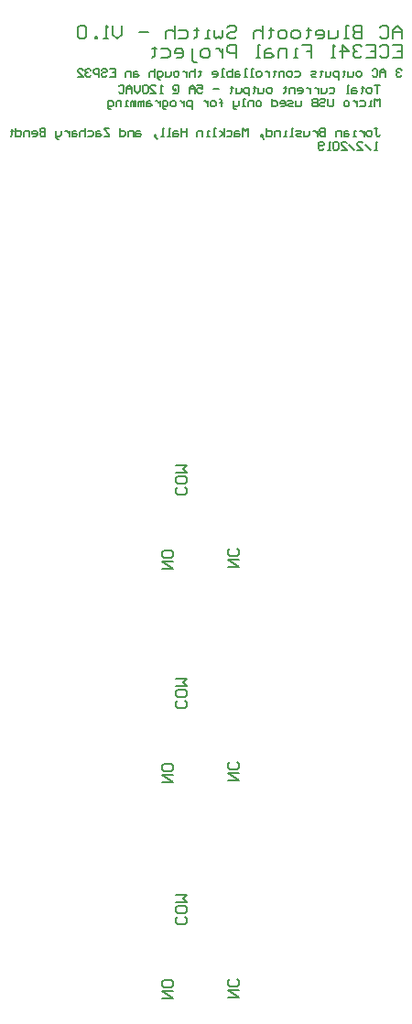
<source format=gbo>
G04 Layer_Color=13813960*
%FSLAX24Y24*%
%MOIN*%
G70*
G01*
G75*
%ADD59C,0.0059*%
%ADD62C,0.0079*%
%ADD63C,0.0080*%
D59*
X36811Y43307D02*
X36714D01*
X36762D01*
Y43598D01*
X36811Y43550D01*
X36568Y43307D02*
X36374Y43501D01*
X36083Y43307D02*
X36277D01*
X36083Y43501D01*
Y43550D01*
X36131Y43598D01*
X36229D01*
X36277Y43550D01*
X35986Y43307D02*
X35792Y43501D01*
X35500Y43307D02*
X35695D01*
X35500Y43501D01*
Y43550D01*
X35549Y43598D01*
X35646D01*
X35695Y43550D01*
X35403D02*
X35355Y43598D01*
X35258D01*
X35209Y43550D01*
Y43356D01*
X35258Y43307D01*
X35355D01*
X35403Y43356D01*
Y43550D01*
X35112Y43307D02*
X35015D01*
X35064D01*
Y43598D01*
X35112Y43550D01*
X34869Y43356D02*
X34821Y43307D01*
X34724D01*
X34675Y43356D01*
Y43550D01*
X34724Y43598D01*
X34821D01*
X34869Y43550D01*
Y43501D01*
X34821Y43453D01*
X34675D01*
X36715Y44090D02*
X36812D01*
X36764D01*
Y43848D01*
X36812Y43799D01*
X36861D01*
X36909Y43848D01*
X36570Y43799D02*
X36473D01*
X36424Y43848D01*
Y43945D01*
X36473Y43993D01*
X36570D01*
X36618Y43945D01*
Y43848D01*
X36570Y43799D01*
X36327Y43993D02*
Y43799D01*
Y43896D01*
X36278Y43945D01*
X36230Y43993D01*
X36181D01*
X36036Y43799D02*
X35939D01*
X35987D01*
Y43993D01*
X36036D01*
X35744D02*
X35647D01*
X35599Y43945D01*
Y43799D01*
X35744D01*
X35793Y43848D01*
X35744Y43896D01*
X35599D01*
X35502Y43799D02*
Y43993D01*
X35356D01*
X35308Y43945D01*
Y43799D01*
X34919Y44090D02*
Y43799D01*
X34774D01*
X34725Y43848D01*
Y43896D01*
X34774Y43945D01*
X34919D01*
X34774D01*
X34725Y43993D01*
Y44042D01*
X34774Y44090D01*
X34919D01*
X34628Y43993D02*
Y43799D01*
Y43896D01*
X34579Y43945D01*
X34531Y43993D01*
X34482D01*
X34337D02*
Y43848D01*
X34288Y43799D01*
X34143D01*
Y43993D01*
X34046Y43799D02*
X33900D01*
X33851Y43848D01*
X33900Y43896D01*
X33997D01*
X34046Y43945D01*
X33997Y43993D01*
X33851D01*
X33754Y43799D02*
X33657D01*
X33706D01*
Y44090D01*
X33754D01*
X33512Y43799D02*
X33415D01*
X33463D01*
Y43993D01*
X33512D01*
X33269Y43799D02*
Y43993D01*
X33123D01*
X33075Y43945D01*
Y43799D01*
X32783Y44090D02*
Y43799D01*
X32929D01*
X32978Y43848D01*
Y43945D01*
X32929Y43993D01*
X32783D01*
X32638Y43751D02*
X32589Y43799D01*
Y43848D01*
X32638D01*
Y43799D01*
X32589D01*
X32638Y43751D01*
X32686Y43702D01*
X32104Y43799D02*
Y44090D01*
X32007Y43993D01*
X31910Y44090D01*
Y43799D01*
X31764Y43993D02*
X31667D01*
X31618Y43945D01*
Y43799D01*
X31764D01*
X31813Y43848D01*
X31764Y43896D01*
X31618D01*
X31327Y43993D02*
X31473D01*
X31521Y43945D01*
Y43848D01*
X31473Y43799D01*
X31327D01*
X31230D02*
Y44090D01*
Y43896D02*
X31085Y43993D01*
X31230Y43896D02*
X31085Y43799D01*
X30939D02*
X30842D01*
X30890D01*
Y44090D01*
X30939D01*
X30696Y43799D02*
X30599D01*
X30648D01*
Y43993D01*
X30696D01*
X30454Y43799D02*
Y43993D01*
X30308D01*
X30259Y43945D01*
Y43799D01*
X29871Y44090D02*
Y43799D01*
Y43945D01*
X29677D01*
Y44090D01*
Y43799D01*
X29531Y43993D02*
X29434D01*
X29386Y43945D01*
Y43799D01*
X29531D01*
X29580Y43848D01*
X29531Y43896D01*
X29386D01*
X29289Y43799D02*
X29191D01*
X29240D01*
Y44090D01*
X29289D01*
X29046Y43799D02*
X28949D01*
X28997D01*
Y44090D01*
X29046D01*
X28755Y43751D02*
X28706Y43799D01*
Y43848D01*
X28755D01*
Y43799D01*
X28706D01*
X28755Y43751D01*
X28803Y43702D01*
X28172Y43993D02*
X28075D01*
X28026Y43945D01*
Y43799D01*
X28172D01*
X28221Y43848D01*
X28172Y43896D01*
X28026D01*
X27929Y43799D02*
Y43993D01*
X27784D01*
X27735Y43945D01*
Y43799D01*
X27444Y44090D02*
Y43799D01*
X27590D01*
X27638Y43848D01*
Y43945D01*
X27590Y43993D01*
X27444D01*
X27056Y44090D02*
X26862D01*
Y44042D01*
X27056Y43848D01*
Y43799D01*
X26862D01*
X26716Y43993D02*
X26619D01*
X26570Y43945D01*
Y43799D01*
X26716D01*
X26764Y43848D01*
X26716Y43896D01*
X26570D01*
X26279Y43993D02*
X26425D01*
X26473Y43945D01*
Y43848D01*
X26425Y43799D01*
X26279D01*
X26182Y44090D02*
Y43799D01*
Y43945D01*
X26133Y43993D01*
X26036D01*
X25988Y43945D01*
Y43799D01*
X25842Y43993D02*
X25745D01*
X25697Y43945D01*
Y43799D01*
X25842D01*
X25891Y43848D01*
X25842Y43896D01*
X25697D01*
X25599Y43993D02*
Y43799D01*
Y43896D01*
X25551Y43945D01*
X25502Y43993D01*
X25454D01*
X25308D02*
Y43848D01*
X25260Y43799D01*
X25114D01*
Y43751D01*
X25163Y43702D01*
X25211D01*
X25114Y43799D02*
Y43993D01*
X24726Y44090D02*
Y43799D01*
X24580D01*
X24532Y43848D01*
Y43896D01*
X24580Y43945D01*
X24726D01*
X24580D01*
X24532Y43993D01*
Y44042D01*
X24580Y44090D01*
X24726D01*
X24289Y43799D02*
X24386D01*
X24434Y43848D01*
Y43945D01*
X24386Y43993D01*
X24289D01*
X24240Y43945D01*
Y43896D01*
X24434D01*
X24143Y43799D02*
Y43993D01*
X23998D01*
X23949Y43945D01*
Y43799D01*
X23658Y44090D02*
Y43799D01*
X23803D01*
X23852Y43848D01*
Y43945D01*
X23803Y43993D01*
X23658D01*
X23512Y44042D02*
Y43993D01*
X23561D01*
X23464D01*
X23512D01*
Y43848D01*
X23464Y43799D01*
X36909Y44882D02*
Y45173D01*
X36812Y45076D01*
X36715Y45173D01*
Y44882D01*
X36618D02*
X36521D01*
X36570D01*
Y45076D01*
X36618D01*
X36181D02*
X36327D01*
X36376Y45028D01*
Y44930D01*
X36327Y44882D01*
X36181D01*
X36084Y45076D02*
Y44882D01*
Y44979D01*
X36036Y45028D01*
X35987Y45076D01*
X35939D01*
X35744Y44882D02*
X35647D01*
X35599Y44930D01*
Y45028D01*
X35647Y45076D01*
X35744D01*
X35793Y45028D01*
Y44930D01*
X35744Y44882D01*
X35211Y45173D02*
Y44930D01*
X35162Y44882D01*
X35065D01*
X35016Y44930D01*
Y45173D01*
X34725Y45125D02*
X34774Y45173D01*
X34871D01*
X34919Y45125D01*
Y45076D01*
X34871Y45028D01*
X34774D01*
X34725Y44979D01*
Y44930D01*
X34774Y44882D01*
X34871D01*
X34919Y44930D01*
X34628Y45173D02*
Y44882D01*
X34482D01*
X34434Y44930D01*
Y44979D01*
X34482Y45028D01*
X34628D01*
X34482D01*
X34434Y45076D01*
Y45125D01*
X34482Y45173D01*
X34628D01*
X34046Y45076D02*
Y44930D01*
X33997Y44882D01*
X33851D01*
Y45076D01*
X33754Y44882D02*
X33609D01*
X33560Y44930D01*
X33609Y44979D01*
X33706D01*
X33754Y45028D01*
X33706Y45076D01*
X33560D01*
X33317Y44882D02*
X33415D01*
X33463Y44930D01*
Y45028D01*
X33415Y45076D01*
X33317D01*
X33269Y45028D01*
Y44979D01*
X33463D01*
X32978Y45173D02*
Y44882D01*
X33123D01*
X33172Y44930D01*
Y45028D01*
X33123Y45076D01*
X32978D01*
X32541Y44882D02*
X32444D01*
X32395Y44930D01*
Y45028D01*
X32444Y45076D01*
X32541D01*
X32589Y45028D01*
Y44930D01*
X32541Y44882D01*
X32298D02*
Y45076D01*
X32152D01*
X32104Y45028D01*
Y44882D01*
X32007D02*
X31910D01*
X31958D01*
Y45173D01*
X32007D01*
X31764Y45076D02*
Y44930D01*
X31716Y44882D01*
X31570D01*
Y44833D01*
X31618Y44785D01*
X31667D01*
X31570Y44882D02*
Y45076D01*
X31133Y44882D02*
Y45125D01*
Y45028D01*
X31182D01*
X31085D01*
X31133D01*
Y45125D01*
X31085Y45173D01*
X30890Y44882D02*
X30793D01*
X30745Y44930D01*
Y45028D01*
X30793Y45076D01*
X30890D01*
X30939Y45028D01*
Y44930D01*
X30890Y44882D01*
X30648Y45076D02*
Y44882D01*
Y44979D01*
X30599Y45028D01*
X30551Y45076D01*
X30502D01*
X30065Y44785D02*
Y45076D01*
X29920D01*
X29871Y45028D01*
Y44930D01*
X29920Y44882D01*
X30065D01*
X29774Y45076D02*
Y44882D01*
Y44979D01*
X29725Y45028D01*
X29677Y45076D01*
X29628D01*
X29434Y44882D02*
X29337D01*
X29289Y44930D01*
Y45028D01*
X29337Y45076D01*
X29434D01*
X29483Y45028D01*
Y44930D01*
X29434Y44882D01*
X29094Y44785D02*
X29046D01*
X28997Y44833D01*
Y45076D01*
X29143D01*
X29191Y45028D01*
Y44930D01*
X29143Y44882D01*
X28997D01*
X28900Y45076D02*
Y44882D01*
Y44979D01*
X28852Y45028D01*
X28803Y45076D01*
X28755D01*
X28560D02*
X28463D01*
X28415Y45028D01*
Y44882D01*
X28560D01*
X28609Y44930D01*
X28560Y44979D01*
X28415D01*
X28318Y44882D02*
Y45076D01*
X28269D01*
X28221Y45028D01*
Y44882D01*
Y45028D01*
X28172Y45076D01*
X28124Y45028D01*
Y44882D01*
X28026D02*
Y45076D01*
X27978D01*
X27929Y45028D01*
Y44882D01*
Y45028D01*
X27881Y45076D01*
X27832Y45028D01*
Y44882D01*
X27735D02*
X27638D01*
X27687D01*
Y45076D01*
X27735D01*
X27493Y44882D02*
Y45076D01*
X27347D01*
X27298Y45028D01*
Y44882D01*
X27104Y44785D02*
X27056D01*
X27007Y44833D01*
Y45076D01*
X27153D01*
X27201Y45028D01*
Y44930D01*
X27153Y44882D01*
X27007D01*
X36909Y45665D02*
X36715D01*
X36812D01*
Y45374D01*
X36570D02*
X36473D01*
X36424Y45423D01*
Y45520D01*
X36473Y45568D01*
X36570D01*
X36618Y45520D01*
Y45423D01*
X36570Y45374D01*
X36278Y45617D02*
Y45568D01*
X36327D01*
X36230D01*
X36278D01*
Y45423D01*
X36230Y45374D01*
X36036Y45568D02*
X35939D01*
X35890Y45520D01*
Y45374D01*
X36036D01*
X36084Y45423D01*
X36036Y45471D01*
X35890D01*
X35793Y45374D02*
X35696D01*
X35744D01*
Y45665D01*
X35793D01*
X35065Y45568D02*
X35211D01*
X35259Y45520D01*
Y45423D01*
X35211Y45374D01*
X35065D01*
X34968Y45568D02*
Y45423D01*
X34919Y45374D01*
X34774D01*
Y45568D01*
X34677D02*
Y45374D01*
Y45471D01*
X34628Y45520D01*
X34579Y45568D01*
X34531D01*
X34385D02*
Y45374D01*
Y45471D01*
X34337Y45520D01*
X34288Y45568D01*
X34240D01*
X33948Y45374D02*
X34046D01*
X34094Y45423D01*
Y45520D01*
X34046Y45568D01*
X33948D01*
X33900Y45520D01*
Y45471D01*
X34094D01*
X33803Y45374D02*
Y45568D01*
X33657D01*
X33609Y45520D01*
Y45374D01*
X33463Y45617D02*
Y45568D01*
X33512D01*
X33415D01*
X33463D01*
Y45423D01*
X33415Y45374D01*
X32929D02*
X32832D01*
X32783Y45423D01*
Y45520D01*
X32832Y45568D01*
X32929D01*
X32978Y45520D01*
Y45423D01*
X32929Y45374D01*
X32686Y45568D02*
Y45423D01*
X32638Y45374D01*
X32492D01*
Y45568D01*
X32347Y45617D02*
Y45568D01*
X32395D01*
X32298D01*
X32347D01*
Y45423D01*
X32298Y45374D01*
X32152Y45277D02*
Y45568D01*
X32007D01*
X31958Y45520D01*
Y45423D01*
X32007Y45374D01*
X32152D01*
X31861Y45568D02*
Y45423D01*
X31813Y45374D01*
X31667D01*
Y45568D01*
X31521Y45617D02*
Y45568D01*
X31570D01*
X31473D01*
X31521D01*
Y45423D01*
X31473Y45374D01*
X31036Y45520D02*
X30842D01*
X30259Y45665D02*
X30454D01*
Y45520D01*
X30356Y45568D01*
X30308D01*
X30259Y45520D01*
Y45423D01*
X30308Y45374D01*
X30405D01*
X30454Y45423D01*
X30162Y45374D02*
Y45568D01*
X30065Y45665D01*
X29968Y45568D01*
Y45374D01*
Y45520D01*
X30162D01*
X29434Y45471D02*
Y45520D01*
X29483D01*
Y45471D01*
X29434D01*
X29386Y45520D01*
Y45617D01*
X29434Y45665D01*
X29531D01*
X29580Y45617D01*
Y45423D01*
X29531Y45374D01*
X29386D01*
X28997D02*
X28900D01*
X28949D01*
Y45665D01*
X28997Y45617D01*
X28560Y45374D02*
X28755D01*
X28560Y45568D01*
Y45617D01*
X28609Y45665D01*
X28706D01*
X28755Y45617D01*
X28463D02*
X28415Y45665D01*
X28318D01*
X28269Y45617D01*
Y45423D01*
X28318Y45374D01*
X28415D01*
X28463Y45423D01*
Y45617D01*
X28172Y45665D02*
Y45471D01*
X28075Y45374D01*
X27978Y45471D01*
Y45665D01*
X27881Y45374D02*
Y45568D01*
X27784Y45665D01*
X27687Y45568D01*
Y45374D01*
Y45520D01*
X27881D01*
X27395Y45617D02*
X27444Y45665D01*
X27541D01*
X27590Y45617D01*
Y45423D01*
X27541Y45374D01*
X27444D01*
X27395Y45423D01*
X37697Y46207D02*
X37648Y46256D01*
X37551D01*
X37503Y46207D01*
Y46159D01*
X37551Y46110D01*
X37600D01*
X37551D01*
X37503Y46062D01*
Y46013D01*
X37551Y45965D01*
X37648D01*
X37697Y46013D01*
X37114Y45965D02*
Y46159D01*
X37017Y46256D01*
X36920Y46159D01*
Y45965D01*
Y46110D01*
X37114D01*
X36629Y46207D02*
X36677Y46256D01*
X36775D01*
X36823Y46207D01*
Y46013D01*
X36775Y45965D01*
X36677D01*
X36629Y46013D01*
X36192Y45965D02*
X36095D01*
X36046Y46013D01*
Y46110D01*
X36095Y46159D01*
X36192D01*
X36241Y46110D01*
Y46013D01*
X36192Y45965D01*
X35949Y46159D02*
Y46013D01*
X35901Y45965D01*
X35755D01*
Y46159D01*
X35610Y46207D02*
Y46159D01*
X35658D01*
X35561D01*
X35610D01*
Y46013D01*
X35561Y45965D01*
X35415Y45867D02*
Y46159D01*
X35270D01*
X35221Y46110D01*
Y46013D01*
X35270Y45965D01*
X35415D01*
X35124Y46159D02*
Y46013D01*
X35076Y45965D01*
X34930D01*
Y46159D01*
X34784Y46207D02*
Y46159D01*
X34833D01*
X34736D01*
X34784D01*
Y46013D01*
X34736Y45965D01*
X34590D02*
X34445D01*
X34396Y46013D01*
X34445Y46062D01*
X34542D01*
X34590Y46110D01*
X34542Y46159D01*
X34396D01*
X33814D02*
X33959D01*
X34008Y46110D01*
Y46013D01*
X33959Y45965D01*
X33814D01*
X33668D02*
X33571D01*
X33522Y46013D01*
Y46110D01*
X33571Y46159D01*
X33668D01*
X33716Y46110D01*
Y46013D01*
X33668Y45965D01*
X33425D02*
Y46159D01*
X33280D01*
X33231Y46110D01*
Y45965D01*
X33085Y46207D02*
Y46159D01*
X33134D01*
X33037D01*
X33085D01*
Y46013D01*
X33037Y45965D01*
X32891Y46159D02*
Y45965D01*
Y46062D01*
X32843Y46110D01*
X32794Y46159D01*
X32746D01*
X32552Y45965D02*
X32454D01*
X32406Y46013D01*
Y46110D01*
X32454Y46159D01*
X32552D01*
X32600Y46110D01*
Y46013D01*
X32552Y45965D01*
X32309D02*
X32212D01*
X32260D01*
Y46256D01*
X32309D01*
X32066Y45965D02*
X31969D01*
X32018D01*
Y46256D01*
X32066D01*
X31775Y46159D02*
X31678D01*
X31629Y46110D01*
Y45965D01*
X31775D01*
X31823Y46013D01*
X31775Y46062D01*
X31629D01*
X31532Y46256D02*
Y45965D01*
X31387D01*
X31338Y46013D01*
Y46062D01*
Y46110D01*
X31387Y46159D01*
X31532D01*
X31241Y45965D02*
X31144D01*
X31192D01*
Y46256D01*
X31241D01*
X30853Y45965D02*
X30950D01*
X30998Y46013D01*
Y46110D01*
X30950Y46159D01*
X30853D01*
X30804Y46110D01*
Y46062D01*
X30998D01*
X30367Y46207D02*
Y46159D01*
X30416D01*
X30319D01*
X30367D01*
Y46013D01*
X30319Y45965D01*
X30173Y46256D02*
Y45965D01*
Y46110D01*
X30124Y46159D01*
X30027D01*
X29979Y46110D01*
Y45965D01*
X29882Y46159D02*
Y45965D01*
Y46062D01*
X29833Y46110D01*
X29785Y46159D01*
X29736D01*
X29542Y45965D02*
X29445D01*
X29396Y46013D01*
Y46110D01*
X29445Y46159D01*
X29542D01*
X29591Y46110D01*
Y46013D01*
X29542Y45965D01*
X29299Y46159D02*
Y46013D01*
X29251Y45965D01*
X29105D01*
Y46159D01*
X28911Y45867D02*
X28862D01*
X28814Y45916D01*
Y46159D01*
X28960D01*
X29008Y46110D01*
Y46013D01*
X28960Y45965D01*
X28814D01*
X28717Y46256D02*
Y45965D01*
Y46110D01*
X28668Y46159D01*
X28571D01*
X28523Y46110D01*
Y45965D01*
X28086Y46159D02*
X27989D01*
X27940Y46110D01*
Y45965D01*
X28086D01*
X28134Y46013D01*
X28086Y46062D01*
X27940D01*
X27843Y45965D02*
Y46159D01*
X27697D01*
X27649Y46110D01*
Y45965D01*
X27066Y46256D02*
X27261D01*
Y45965D01*
X27066D01*
X27261Y46110D02*
X27163D01*
X26775Y46207D02*
X26824Y46256D01*
X26921D01*
X26969Y46207D01*
Y46159D01*
X26921Y46110D01*
X26824D01*
X26775Y46062D01*
Y46013D01*
X26824Y45965D01*
X26921D01*
X26969Y46013D01*
X26678Y45965D02*
Y46256D01*
X26532D01*
X26484Y46207D01*
Y46110D01*
X26532Y46062D01*
X26678D01*
X26387Y46207D02*
X26338Y46256D01*
X26241D01*
X26193Y46207D01*
Y46159D01*
X26241Y46110D01*
X26290D01*
X26241D01*
X26193Y46062D01*
Y46013D01*
X26241Y45965D01*
X26338D01*
X26387Y46013D01*
X25901Y45965D02*
X26096D01*
X25901Y46159D01*
Y46207D01*
X25950Y46256D01*
X26047D01*
X26096Y46207D01*
D62*
X37376Y47135D02*
X37697D01*
Y46654D01*
X37376D01*
X37697Y46894D02*
X37536D01*
X36894Y47055D02*
X36974Y47135D01*
X37135D01*
X37215Y47055D01*
Y46734D01*
X37135Y46654D01*
X36974D01*
X36894Y46734D01*
X36412Y47135D02*
X36733D01*
Y46654D01*
X36412D01*
X36733Y46894D02*
X36573D01*
X36252Y47055D02*
X36171Y47135D01*
X36011D01*
X35930Y47055D01*
Y46975D01*
X36011Y46894D01*
X36091D01*
X36011D01*
X35930Y46814D01*
Y46734D01*
X36011Y46654D01*
X36171D01*
X36252Y46734D01*
X35529Y46654D02*
Y47135D01*
X35770Y46894D01*
X35449D01*
X35288Y46654D02*
X35128D01*
X35208D01*
Y47135D01*
X35288Y47055D01*
X34084Y47135D02*
X34405D01*
Y46894D01*
X34244D01*
X34405D01*
Y46654D01*
X33923D02*
X33763D01*
X33843D01*
Y46975D01*
X33923D01*
X33522Y46654D02*
Y46975D01*
X33281D01*
X33201Y46894D01*
Y46654D01*
X32960Y46975D02*
X32799D01*
X32719Y46894D01*
Y46654D01*
X32960D01*
X33040Y46734D01*
X32960Y46814D01*
X32719D01*
X32558Y46654D02*
X32398D01*
X32478D01*
Y47135D01*
X32558D01*
X31675Y46654D02*
Y47135D01*
X31434D01*
X31354Y47055D01*
Y46894D01*
X31434Y46814D01*
X31675D01*
X31193Y46975D02*
Y46654D01*
Y46814D01*
X31113Y46894D01*
X31033Y46975D01*
X30953D01*
X30631Y46654D02*
X30471D01*
X30391Y46734D01*
Y46894D01*
X30471Y46975D01*
X30631D01*
X30712Y46894D01*
Y46734D01*
X30631Y46654D01*
X30230Y46493D02*
X30150D01*
X30069Y46573D01*
Y46975D01*
X29507Y46654D02*
X29668D01*
X29748Y46734D01*
Y46894D01*
X29668Y46975D01*
X29507D01*
X29427Y46894D01*
Y46814D01*
X29748D01*
X28945Y46975D02*
X29186D01*
X29267Y46894D01*
Y46734D01*
X29186Y46654D01*
X28945D01*
X28704Y47055D02*
Y46975D01*
X28785D01*
X28624D01*
X28704D01*
Y46734D01*
X28624Y46654D01*
X37697Y47343D02*
Y47664D01*
X37536Y47824D01*
X37376Y47664D01*
Y47343D01*
Y47583D01*
X37697D01*
X36894Y47744D02*
X36974Y47824D01*
X37135D01*
X37215Y47744D01*
Y47423D01*
X37135Y47343D01*
X36974D01*
X36894Y47423D01*
X36252Y47824D02*
Y47343D01*
X36011D01*
X35930Y47423D01*
Y47503D01*
X36011Y47583D01*
X36252D01*
X36011D01*
X35930Y47664D01*
Y47744D01*
X36011Y47824D01*
X36252D01*
X35770Y47343D02*
X35609D01*
X35690D01*
Y47824D01*
X35770D01*
X35368Y47664D02*
Y47423D01*
X35288Y47343D01*
X35047D01*
Y47664D01*
X34646Y47343D02*
X34806D01*
X34887Y47423D01*
Y47583D01*
X34806Y47664D01*
X34646D01*
X34566Y47583D01*
Y47503D01*
X34887D01*
X34325Y47744D02*
Y47664D01*
X34405D01*
X34244D01*
X34325D01*
Y47423D01*
X34244Y47343D01*
X33923D02*
X33763D01*
X33682Y47423D01*
Y47583D01*
X33763Y47664D01*
X33923D01*
X34004Y47583D01*
Y47423D01*
X33923Y47343D01*
X33442D02*
X33281D01*
X33201Y47423D01*
Y47583D01*
X33281Y47664D01*
X33442D01*
X33522Y47583D01*
Y47423D01*
X33442Y47343D01*
X32960Y47744D02*
Y47664D01*
X33040D01*
X32880D01*
X32960D01*
Y47423D01*
X32880Y47343D01*
X32639Y47824D02*
Y47343D01*
Y47583D01*
X32558Y47664D01*
X32398D01*
X32317Y47583D01*
Y47343D01*
X31354Y47744D02*
X31434Y47824D01*
X31595D01*
X31675Y47744D01*
Y47664D01*
X31595Y47583D01*
X31434D01*
X31354Y47503D01*
Y47423D01*
X31434Y47343D01*
X31595D01*
X31675Y47423D01*
X31193Y47664D02*
Y47423D01*
X31113Y47343D01*
X31033Y47423D01*
X30953Y47343D01*
X30872Y47423D01*
Y47664D01*
X30712Y47343D02*
X30551D01*
X30631D01*
Y47664D01*
X30712D01*
X30230Y47744D02*
Y47664D01*
X30310D01*
X30150D01*
X30230D01*
Y47423D01*
X30150Y47343D01*
X29588Y47664D02*
X29829D01*
X29909Y47583D01*
Y47423D01*
X29829Y47343D01*
X29588D01*
X29427Y47824D02*
Y47343D01*
Y47583D01*
X29347Y47664D01*
X29186D01*
X29106Y47583D01*
Y47343D01*
X28464Y47583D02*
X28142D01*
X27500Y47824D02*
Y47503D01*
X27340Y47343D01*
X27179Y47503D01*
Y47824D01*
X27018Y47343D02*
X26858D01*
X26938D01*
Y47824D01*
X27018Y47744D01*
X26617Y47343D02*
Y47423D01*
X26537D01*
Y47343D01*
X26617D01*
X26216Y47744D02*
X26135Y47824D01*
X25975D01*
X25894Y47744D01*
Y47423D01*
X25975Y47343D01*
X26135D01*
X26216Y47423D01*
Y47744D01*
D63*
X31365Y12469D02*
X31765D01*
X31365Y12735D01*
X31765D01*
X31698Y13135D02*
X31765Y13068D01*
Y12935D01*
X31698Y12868D01*
X31432D01*
X31365Y12935D01*
Y13068D01*
X31432Y13135D01*
X28965Y12419D02*
X29365D01*
X28965Y12685D01*
X29365D01*
Y13018D02*
Y12885D01*
X29298Y12818D01*
X29032D01*
X28965Y12885D01*
Y13018D01*
X29032Y13085D01*
X29298D01*
X29365Y13018D01*
X29798Y15385D02*
X29865Y15318D01*
Y15185D01*
X29798Y15118D01*
X29532D01*
X29465Y15185D01*
Y15318D01*
X29532Y15385D01*
X29865Y15718D02*
Y15585D01*
X29798Y15518D01*
X29532D01*
X29465Y15585D01*
Y15718D01*
X29532Y15785D01*
X29798D01*
X29865Y15718D01*
X29465Y15918D02*
X29865D01*
X29732Y16052D01*
X29865Y16185D01*
X29465D01*
X31365Y20343D02*
X31765D01*
X31365Y20609D01*
X31765D01*
X31698Y21009D02*
X31765Y20942D01*
Y20809D01*
X31698Y20742D01*
X31432D01*
X31365Y20809D01*
Y20942D01*
X31432Y21009D01*
X28965Y20293D02*
X29365D01*
X28965Y20559D01*
X29365D01*
Y20892D02*
Y20759D01*
X29298Y20692D01*
X29032D01*
X28965Y20759D01*
Y20892D01*
X29032Y20959D01*
X29298D01*
X29365Y20892D01*
X29798Y23259D02*
X29865Y23192D01*
Y23059D01*
X29798Y22993D01*
X29532D01*
X29465Y23059D01*
Y23192D01*
X29532Y23259D01*
X29865Y23592D02*
Y23459D01*
X29798Y23392D01*
X29532D01*
X29465Y23459D01*
Y23592D01*
X29532Y23659D01*
X29798D01*
X29865Y23592D01*
X29465Y23792D02*
X29865D01*
X29732Y23926D01*
X29865Y24059D01*
X29465D01*
X29798Y31035D02*
X29865Y30968D01*
Y30835D01*
X29798Y30768D01*
X29532D01*
X29465Y30835D01*
Y30968D01*
X29532Y31035D01*
X29865Y31368D02*
Y31235D01*
X29798Y31168D01*
X29532D01*
X29465Y31235D01*
Y31368D01*
X29532Y31435D01*
X29798D01*
X29865Y31368D01*
X29465Y31568D02*
X29865D01*
X29732Y31701D01*
X29865Y31834D01*
X29465D01*
X28965Y28068D02*
X29365D01*
X28965Y28335D01*
X29365D01*
Y28668D02*
Y28535D01*
X29298Y28468D01*
X29032D01*
X28965Y28535D01*
Y28668D01*
X29032Y28735D01*
X29298D01*
X29365Y28668D01*
X31365Y28118D02*
X31765D01*
X31365Y28385D01*
X31765D01*
X31698Y28785D02*
X31765Y28718D01*
Y28585D01*
X31698Y28518D01*
X31432D01*
X31365Y28585D01*
Y28718D01*
X31432Y28785D01*
M02*

</source>
